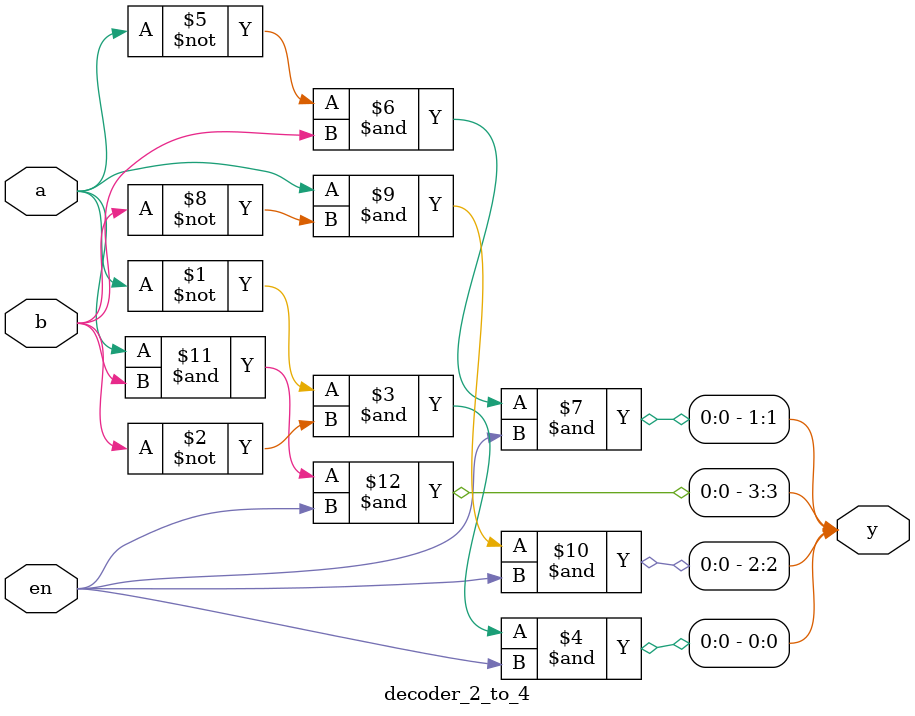
<source format=v>
module decoder_2_to_4(a,b,en,y);

    input a,b;
    input en;
    output [3:0] y;
    
    assign y[0] = (~a)&(~b)&(en);
    assign y[1] = (~a)&(b)&(en);
    assign y[2] = (a)&(~b)&(en);
    assign y[3] = (a)&(b)&(en);
    
    
endmodule
</source>
